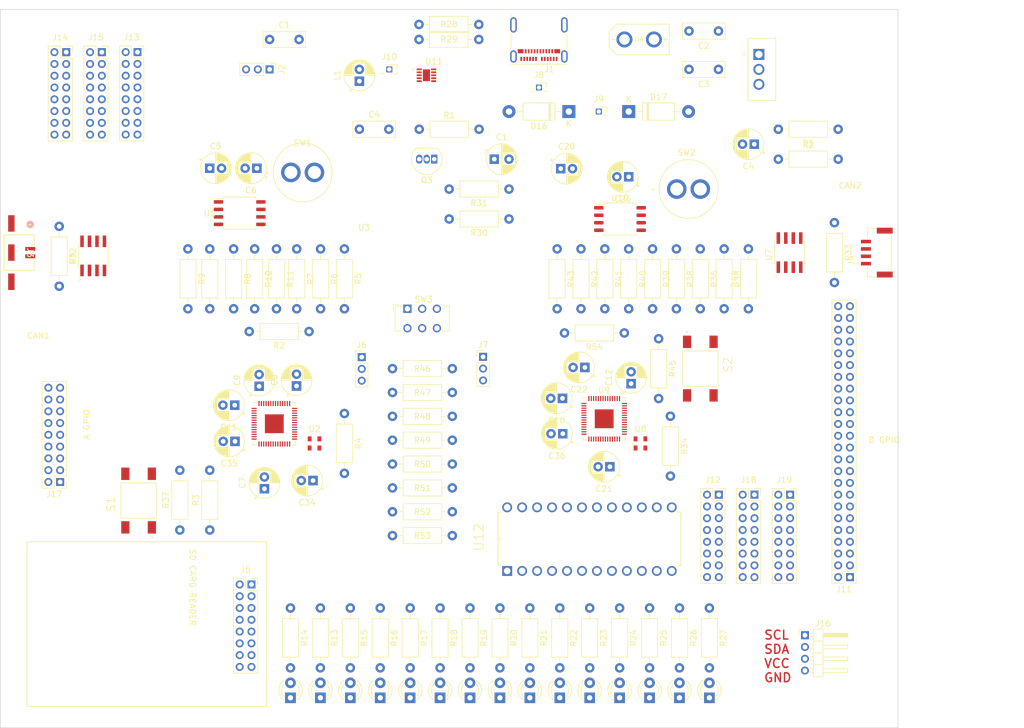
<source format=kicad_pcb>
(kicad_pcb (version 20221018) (generator pcbnew)
  (layers (0 "F.Cu" signal) (1 "In1.Cu" signal) (2 "In2.Cu" signal) (3 "In3.Cu" signal) (4 "In4.Cu" signal) (31 "B.Cu" signal) (34 "B.Paste" user) (35 "F.Paste" user) (36 "B.SilkS" user "B.Silkscreen") (37 "F.SilkS" user "F.Silkscreen") (38 "B.Mask" user) (39 "F.Mask" user) (44 "Edge.Cuts" user))
  (net 0 "")
  (net 1 "/GND")
  (net 2 "/5V")
  (net 3 "/3V3")
  (net 4 "/RP2040/~{RST}")
  (net 5 "/1V1")
  (net 6 "Net-(D1-A)")
  (net 7 "Net-(D2-A)")
  (net 8 "Net-(D3-A)")
  (net 9 "Net-(D4-A)")
  (net 10 "Net-(D5-A)")
  (net 11 "Net-(D6-A)")
  (net 12 "Net-(D7-A)")
  (net 13 "Net-(D8-A)")
  (net 14 "Net-(D9-A)")
  (net 15 "Net-(D10-A)")
  (net 16 "Net-(D11-A)")
  (net 17 "Net-(D12-A)")
  (net 18 "Net-(D13-A)")
  (net 19 "Net-(D14-A)")
  (net 20 "Net-(D15-A)")
  (net 23 "Net-(Q1-IN)")
  (net 24 "Net-(J1-CC1)")
  (net 25 "/RP2041/~{RST}")
  (net 31 "Net-(J1-CC2)")
  (net 35 "Net-(J2-Pin_3)")
  (net 36 "Net-(J3-Pin_1)")
  (net 37 "Net-(J3-Pin_2)")
  (net 38 "Net-(J4-Pin_1)")
  (net 39 "Net-(J4-Pin_2)")
  (net 40 "Net-(Q3-B)")
  (net 41 "/BOOTSEL/QSPI_SS")
  (net 42 "Net-(U2-Standby)")
  (net 43 "/RP2040/N_USB_D-")
  (net 44 "/RP2040/N_USB_D+")
  (net 45 "/Flash Memory/IO0")
  (net 46 "Net-(U3-QSPI_SD0)")
  (net 47 "/Flash Memory/IO1")
  (net 48 "Net-(U3-QSPI_SD1)")
  (net 49 "/Flash Memory/IO2")
  (net 50 "Net-(U3-QSPI_SD2)")
  (net 51 "/Flash Memory/IO3")
  (net 52 "Net-(U3-QSPI_SD3)")
  (net 53 "/Flash Memory/CLK")
  (net 54 "Net-(U3-QSPI_SCLK)")
  (net 55 "/LED Arrray/LEDx15/out_pin 1")
  (net 56 "/LED Arrray/LEDx15/out_pin 2")
  (net 57 "/LED Arrray/LEDx15/out_pin 3")
  (net 58 "/LED Arrray/LEDx15/out_pin 4")
  (net 59 "/LED Arrray/LEDx15/out_pin 5")
  (net 60 "/LED Arrray/LEDx15/out_pin 6")
  (net 61 "/LED Arrray/LEDx15/out_pin 7")
  (net 62 "/LED Arrray/LEDx15/out_pin 8")
  (net 63 "/LED Arrray/LEDx15/out_pin 9")
  (net 64 "/LED Arrray/LEDx15/out_pin 10")
  (net 65 "/LED Arrray/LEDx15/out_pin 11")
  (net 66 "/LED Arrray/LEDx15/out_pin 12")
  (net 67 "/LED Arrray/LEDx15/out_pin 13")
  (net 68 "/LED Arrray/LEDx15/out_pin 14")
  (net 69 "/LED Arrray/LEDx15/out_pin 15")
  (net 70 "Net-(U2-Out)")
  (net 71 "/CAN1_RX")
  (net 72 "/CAN1_TX")
  (net 73 "/CAN2_RX")
  (net 74 "/CAN2_TX")
  (net 75 "/USBC/D+")
  (net 76 "/USBC/D-")
  (net 77 "/SWCLK-A")
  (net 78 "/SWDIO-A")
  (net 79 "/SWCLK-B")
  (net 81 "/SWDIO-B")
  (net 82 "/DR16-RX")
  (net 83 "/A-D-")
  (net 84 "/LED Arrray/input 4")
  (net 85 "/LED Arrray/input 3")
  (net 86 "/LED Arrray/input 2")
  (net 87 "/LED Arrray/input 1")
  (net 88 "/A-D+")
  (net 89 "/A26")
  (net 90 "/A27")
  (net 91 "/A28")
  (net 92 "/A29")
  (net 93 "Net-(R37-Pad1)")
  (net 99 "/A8")
  (net 100 "Net-(U8-Standby)")
  (net 101 "/B-D-")
  (net 102 "/CS")
  (net 103 "/MOSI")
  (net 104 "/SCK")
  (net 105 "/MISO")
  (net 106 "/RP2041/N_USB_D-")
  (net 107 "/RP2041/N_USB_D+")
  (net 108 "/B-D+")
  (net 109 "/Flash Memory1/IO0")
  (net 110 "Net-(U9-QSPI_SD0)")
  (net 111 "/Flash Memory1/IO1")
  (net 112 "Net-(U9-QSPI_SD1)")
  (net 113 "/Flash Memory1/IO2")
  (net 114 "Net-(U9-QSPI_SD2)")
  (net 115 "/Flash Memory1/IO3")
  (net 116 "Net-(U9-QSPI_SD3)")
  (net 117 "/Flash Memory1/CLK")
  (net 118 "Net-(U9-QSPI_SCLK)")
  (net 119 "/BOOTSEL1/QSPI_SS")
  (net 120 "Net-(R45-Pad1)")
  (net 121 "/GPIO0-A")
  (net 122 "/GPIO1-A")
  (net 123 "/GPIO2-A")
  (net 124 "/GPIO3-A")
  (net 125 "/GPIO4-A")
  (net 126 "/GPIO5-A")
  (net 127 "Net-(U8-Out)")
  (net 128 "/GPIO0-B")
  (net 129 "/GPIO1-B")
  (net 130 "/GPIO2-B")
  (net 131 "/GPIO3-B")
  (net 132 "/GPIO4-B")
  (net 133 "/GPIO5-B")
  (net 134 "/A9")
  (net 135 "/A10")
  (net 136 "/A11")
  (net 137 "/A12")
  (net 138 "/B6")
  (net 139 "/B7")
  (net 141 "/B8")
  (net 142 "/B9")
  (net 143 "/B10")
  (net 144 "/B11")
  (net 145 "Net-(D17-A)")
  (net 146 "/USB_5V")
  (net 147 "Net-(U11-LX1)")
  (net 148 "Net-(U11-LX2)")
  (net 149 "Net-(U11-EN)")
  (net 150 "/B12")
  (net 151 "/B13")
  (net 152 "/B14")
  (net 153 "/B15")
  (net 154 "/B16")
  (net 155 "/B17")
  (net 156 "/B18")
  (net 157 "/B19")
  (net 158 "/B20")
  (net 159 "/B21")
  (net 160 "/B22")
  (net 161 "/B23")
  (net 162 "/B24")
  (net 163 "/B25")
  (net 164 "/B26")
  (net 165 "/B27")
  (net 166 "/B28")
  (net 167 "/B29")
  (net 168 "/SCL")
  (net 169 "/SDA")
  (net 170 "Net-(PS1-OUT)")
  (net 171 "Net-(PS1-IN)")
  (net 172 "Net-(U3-ADC_AVDD)")
  (net 173 "Net-(U9-ADC_AVDD)")
  (footprint "Capacitor_THT:CP_Radial_D5.0mm_P2.00mm" (layer "F.Cu") (at 156.45 112.65 180)
    (fp_text reference "C36")
    (fp_text value "1uF")
  )
  (footprint "Resistor_THT:R_Axial_DIN0207_L6.3mm_D2.5mm_P10.16mm_Horizontal" (layer "F.Cu") (at 183.84 81.28 -90)
    (fp_text reference "R35")
    (fp_text value "10K")
  )
  (footprint "Capacitor_THT:CP_Radial_D5.0mm_P2.00mm" (layer "F.Cu") (at 160.2 101.4 180)
    (fp_text reference "C22")
    (fp_text value "1uF")
  )
  (footprint "SN65HVD230DR:SOIC127P599X175-8N" (layer "F.Cu") (at 194.945 81.905 90)
    (fp_text reference "U7")
    (fp_text value "SN65HVD230DR")
  )
  (footprint "Capacitor_THT:CP_Radial_D5.0mm_P2.00mm" (layer "F.Cu") (at 96.52 67.5875)
    (fp_text reference "C5")
    (fp_text value "1uF")
  )
  (footprint "Resistor_THT:R_Axial_DIN0207_L6.3mm_D2.5mm_P10.16mm_Horizontal" (layer "F.Cu") (at 127.54 121.85)
    (fp_text reference "R51")
    (fp_text value "0")
  )
  (footprint "Resistor_THT:R_Axial_DIN0207_L6.3mm_D2.5mm_P10.16mm_Horizontal" (layer "F.Cu") (at 132.08 60.96)
    (fp_text reference "R1")
    (fp_text value "100K")
  )
  (footprint "Capacitor_THT:CP_Radial_D5.0mm_P2.00mm" (layer "F.Cu") (at 167.64 69.04 180)
    (fp_text reference "C26")
    (fp_text value "1uF")
  )
  (footprint "Connector_PinHeader_2.00mm:PinHeader_2x09_P2.00mm_Vertical" (layer "F.Cu") (at 71.12 120.84 180)
    (fp_text reference "J17")
    (fp_text value "Conn_02x09_Odd_Even")
  )
  (footprint "Resistor_THT:R_Axial_DIN0207_L6.3mm_D2.5mm_P10.16mm_Horizontal" (layer "F.Cu") (at 127.54 109.7)
    (fp_text reference "R48")
    (fp_text value "0")
  )
  (footprint "Resistor_THT:R_Axial_DIN0207_L6.3mm_D2.5mm_P10.16mm_Horizontal" (layer "F.Cu") (at 111.28 81.28 -90)
    (fp_text reference "R7")
    (fp_text value "27")
  )
  (footprint "LED_THT:LED_D3.0mm" (layer "F.Cu") (at 130.54 157.48 90)
    (fp_text reference "D5" hide)
    (fp_text value "LED")
  )
  (footprint "Capacitor_THT:C_Disc_D7.0mm_W2.5mm_P5.00mm" (layer "F.Cu") (at 106.68 45.72)
    (fp_text reference "C1")
    (fp_text value "47uF")
  )
  (footprint "Resistor_THT:R_Axial_DIN0207_L6.3mm_D2.5mm_P10.16mm_Horizontal" (layer "F.Cu") (at 203.2 60.96 180)
    (fp_text reference "R1")
    (fp_text value "5k")
  )
  (footprint "Resistor_THT:R_Axial_DIN0207_L6.3mm_D2.5mm_P10.16mm_Horizontal" (layer "F.Cu") (at 159.54 81.28 -90)
    (fp_text reference "R42")
    (fp_text value "27")
  )
  (footprint "Resistor_THT:R_Axial_DIN0207_L6.3mm_D2.5mm_P10.16mm_Horizontal" (layer "F.Cu") (at 92.81 81.28 -90)
    (fp_text reference "R9")
    (fp_text value "27")
  )
  (footprint "Resistor_THT:R_Axial_DIN0207_L6.3mm_D2.5mm_P10.16mm_Horizontal" (layer "F.Cu") (at 127.54 113.75)
    (fp_text reference "R49")
    (fp_text value "0")
  )
  (footprint "LED_THT:LED_D3.0mm" (layer "F.Cu") (at 171.18 157.48 90)
    (fp_text reference "D13" hide)
    (fp_text value "LED")
  )
  (footprint "LED_THT:LED_D3.0mm" (layer "F.Cu") (at 145.78 157.48 90)
    (fp_text reference "D8" hide)
    (fp_text value "LED")
  )
  (footprint "Capacitor_THT:CP_Radial_D5.0mm_P2.00mm" (layer "F.Cu") (at 104.9 104.6 90)
    (fp_text reference "C9")
    (fp_text value "1uF")
  )
  (footprint "Resistor_THT:R_Axial_DIN0207_L6.3mm_D2.5mm_P10.16mm_Horizontal" (layer "F.Cu") (at 110.22 142.24 -90)
    (fp_text reference "R14")
    (fp_text value "R_US")
  )
  (footprint "LM2940CT-5.0:TO254P1054X470X1955-3" (layer "F.Cu") (at 189.74 50.8 -90)
    (fp_text reference "Q1" hide)
    (fp_text value "LM2940CT-5.0_NOPB")
  )
  (footprint "LED_THT:LED_D3.0mm" (layer "F.Cu") (at 181.34 157.48 90)
    (fp_text reference "D15" hide)
    (fp_text value "LED")
  )
  (footprint "Resistor_THT:R_Axial_DIN0207_L6.3mm_D2.5mm_P10.16mm_Horizontal" (layer "F.Cu") (at 181.34 142.24 -90)
    (fp_text reference "R27")
    (fp_text value "R_US")
  )
  (footprint "Resistor_THT:R_Axial_DIN0207_L6.3mm_D2.5mm_P10.16mm_Horizontal" (layer "F.Cu") (at 104.14 81.28 -90)
    (fp_text reference "R12")
    (fp_text value "27")
  )
  (footprint "Package_DFN_QFN:QFN-56-1EP_7x7mm_P0.4mm_EP3.2x3.2mm" (layer "F.Cu") (at 163.48 110.1175)
    (fp_text reference "U9")
    (fp_text value "RP2040")
  )
  (footprint "SM04B_GHS_TB_LF__SN__:JST_SM04B-GHS-TB_LF__SN_-" (layer "F.Cu") (at 210.185 81.905 90)
    (fp_text reference "J4")
    (fp_text value "Conn_01x04")
  )
  (footprint "Resistor_THT:R_Axial_DIN0207_L6.3mm_D2.5mm_P10.16mm_Horizontal" (layer "F.Cu") (at 127.54 105.65)
    (fp_text reference "R47")
    (fp_text value "0")
  )
  (footprint "Resistor_THT:R_Axial_DIN0207_L6.3mm_D2.5mm_P10.16mm_Horizontal" (layer "F.Cu") (at 166.1 142.24 -90)
    (fp_text reference "R24")
    (fp_text value "R_US")
  )
  (footprint "Resistor_THT:R_Axial_DIN0207_L6.3mm_D2.5mm_P10.16mm_Horizontal" (layer "F.Cu") (at 187.96 91.44 90)
    (fp_text reference "R44")
    (fp_text value "10K")
  )
  (footprint "Resistor_THT:R_Axial_DIN0207_L6.3mm_D2.5mm_P10.16mm_Horizontal" (layer "F.Cu") (at 140.7 142.24 -90)
    (fp_text reference "R19")
    (fp_text value "R_US")
  )
  (footprint "Resistor_THT:R_Axial_DIN0207_L6.3mm_D2.5mm_P10.16mm_Horizontal" (layer "F.Cu") (at 127.54 129.95)
    (fp_text reference "R53")
    (fp_text value "0")
  )
  (footprint "Capacitor_THT:C_Disc_D7.0mm_W2.5mm_P5.00mm" (layer "F.Cu") (at 182.88 44.29 180)
    (fp_text reference "C2")
    (fp_text value ".47uF")
  )
  (footprint "Connector_PinSocket_1.27mm:PinSocket_1x01_P1.27mm_Vertical" (layer "F.Cu") (at 127 50.8)
    (fp_text reference "J10")
    (fp_text value "Conn_01x01_Pin")
  )
  (footprint "Resistor_THT:R_Axial_DIN0207_L6.3mm_D2.5mm_P10.16mm_Horizontal" (layer "F.Cu") (at 174.72 109.68 -90)
    (fp_text reference "R34")
    (fp_text value "10K")
  )
  (footprint "Resistor_THT:R_Axial_DIN0207_L6.3mm_D2.5mm_P10.16mm_Horizontal" (layer "F.Cu") (at 135.62 142.24 -90)
    (fp_text reference "R18")
    (fp_text value "R_US")
  )
  (footprint "Resistor_THT:R_Axial_DIN0207_L6.3mm_D2.5mm_P10.16mm_Horizontal" (layer "F.Cu") (at 96.52 81.28 -90)
    (fp_text reference "R10")
    (fp_text value "27")
  )
  (footprint "Resistor_THT:R_Axial_DIN0207_L6.3mm_D2.5mm_P10.16mm_Horizontal" (layer "F.Cu") (at 176.26 142.24 -90)
    (fp_text reference "R26")
    (fp_text value "R_US")
  )
  (footprint "Resistor_THT:R_Axial_DIN0207_L6.3mm_D2.5mm_P10.16mm_Horizontal" (layer "F.Cu") (at 127.54 101.6)
    (fp_text reference "R46")
    (fp_text value "0")
  )
  (footprint "CD4515BE:DIP254P1080X508-24" (layer "F.Cu") (at 174.95 125.15 90)
    (fp_text reference "U12")
    (fp_text value "CD4515BE")
  )
  (footprint "Connector_USB:USB_C_Receptacle_Molex_105450-0101" (layer "F.Cu") (at 152.4 45.805 180)
    (fp_text reference "J1")
    (fp_text value "USB_C_Receptacle")
  )
  (footprint "Resistor_THT:R_Axial_DIN0207_L6.3mm_D2.5mm_P10.16mm_Horizontal" (layer "F.Cu") (at 150.86 142.24 -90)
    (fp_text reference "R21")
    (fp_text value "R_US")
  )
  (footprint "LED_THT:LED_D3.0mm" (layer "F.Cu") (at 125.46 157.48 90)
    (fp_text reference "D4" hide)
    (fp_text value "LED")
  )
  (footprint "Connector_PinSocket_2.00mm:PinSocket_2x08_P2.00mm_Vertical" (layer "F.Cu") (at 72.15 47.88)
    (fp_text reference "J14")
    (fp_text value "Conn_02x08_Counter_Clockwise")
  )
  (footprint "Resistor_THT:R_Axial_DIN0207_L6.3mm_D2.5mm_P10.16mm_Horizontal" (layer "F.Cu") (at 145.78 142.24 -90)
    (fp_text reference "R20")
    (fp_text value "R_US")
  )
  (footprint "Resistor_THT:R_Axial_DIN0207_L6.3mm_D2.5mm_P10.16mm_Horizontal" (layer "F.Cu") (at 171.18 142.24 -90)
    (fp_text reference "R25")
    (fp_text value "R_US")
  )
  (footprint "Capacitor_THT:C_Disc_D7.0mm_W2.5mm_P5.00mm" (layer "F.Cu") (at 182.88 50.8 180)
    (fp_text reference "C3")
    (fp_text value "22uF")
  )
  (footprint "Resistor_THT:R_Axial_DIN0207_L6.3mm_D2.5mm_P10.16mm_Horizontal" (layer "F.Cu") (at 193.04 66.04)
    (fp_text reference "R2")
    (fp_text value "121 Nominal")
  )
  (footprint "Resistor_THT:R_Axial_DIN0207_L6.3mm_D2.5mm_P10.16mm_Horizontal" (layer "F.Cu") (at 96.52 129 90)
    (fp_text reference "R3")
    (fp_text value "10K")
  )
  (footprint "Capacitor_THT:CP_Radial_D5.0mm_P2.00mm" (layer "F.Cu") (at 104.52 67.5875 180)
    (fp_text reference "C6")
    (fp_text value "1uF")
  )
  (footprint "Resistor_THT:R_Axial_DIN0207_L6.3mm_D2.5mm_P10.16mm_Horizontal" (layer "F.Cu") (at 155.49 81.28 -90)
    (fp_text reference "R43")
    (fp_text value "27")
  )
  (footprint "TL3301NF160QG:SW_TL3301NF160QG" (layer "F.Cu") (at 84.44 124 90)
    (fp_text reference "S1")
    (fp_text value "TL3301NF160QG")
  )
  (footprint "Resistor_THT:R_Axial_DIN0207_L6.3mm_D2.5mm_P10.16mm_Horizontal" (layer "F.Cu") (at 115.3 142.24 -90)
    (fp_text reference "R13")
    (fp_text value "R_US")
  )
  (footprint "LED_THT:LED_D3.0mm" (layer "F.Cu") (at 140.7 157.48 90)
    (fp_text reference "D7" hide)
    (fp_text value "LED")
  )
  (footprint "PS1024ALRED:SW_PS1024ALRED" (layer "F.Cu") (at 112.29 68.29)
    (fp_text reference "SW1")
    (fp_text value "SW_Push")
  )
  (footprint "Package_SO:SOIC-8_5.23x5.23mm_P1.27mm" (layer "F.Cu") (at 101.6 75.2075)
    (fp_text reference "U1")
    (fp_text value "W25Q128JVS")
  )
  (footprint "LED_THT:LED_D3.0mm" (layer "F.Cu") (at 155.94 157.48 90)
    (fp_text reference "D10" hide)
    (fp_text value "LED")
  )
  (footprint "Resistor_THT:R_Axial_DIN0207_L6.3mm_D2.5mm_P10.16mm_Horizontal" (layer "F.Cu") (at 125.46 142.24 -90)
    (fp_text reference "R16")
    (fp_text value "R_US")
  )
  (footprint "Connector_PinHeader_2.00mm:PinHeader_1x03_P2.00mm_Vertical" (layer "F.Cu") (at 122.32 99.65)
    (fp_text reference "J6")
    (fp_text value "Conn_01x03")
  )
  (footprint "Connector_PinSocket_2.00mm:PinSocket_2x08_P2.00mm_Vertical" (layer "F.Cu") (at 84.25 47.87)
    (fp_text reference "J13")
    (fp_text value "Conn_02x08_Counter_Clockwise")
  )
  (footprint "RT6150B:SON50P250X250X80-11N" (layer "F.Cu") (at 133.305 51.8)
    (fp_text reference "U11")
    (fp_text value "RT6150B-33GQW")
  )
  (footprint "Resistor_THT:R_Axial_DIN0207_L6.3mm_D2.5mm_P10.16mm_Horizontal" (layer "F.Cu") (at 100.57 81.28 -90)
    (fp_text reference "R8")
    (fp_text value "27")
  )
  (footprint "Resistor_THT:R_Axial_DIN0207_L6.3mm_D2.5mm_P10.16mm_Horizontal" (layer "F.Cu") (at 166.9 95.55 180)
    (fp_text reference "R54")
    (fp_text value "200")
  )
  (footprint "Resistor_THT:R_Axial_DIN0207_L6.3mm_D2.5mm_P10.16mm_Horizontal" (layer "F.Cu") (at 127.54 125.9)
    (fp_text reference "R52")
    (fp_text value "0")
  )
  (footprint "Connector_PinSocket_2.00mm:PinSocket_2x08_P2.00mm_Vertical" (layer "F.Cu") (at 182.94 123)
    (fp_text reference "J12")
    (fp_text value "Conn_02x08_Counter_Clockwise")
  )
  (footprint "Resistor_THT:R_Axial_DIN0207_L6.3mm_D2.5mm_P10.16mm_Horizontal" (layer "F.Cu") (at 119.38 109.22 -90)
    (fp_text reference "R4")
    (fp_text value "10K")
  )
  (footprint "LED_THT:LED_D3.0mm" (layer "F.Cu") (at 110.22 157.48 90)
    (fp_text reference "D2" hide)
    (fp_text value "LED")
  )
  (footprint "Capacitor_THT:CP_Radial_D5.0mm_P2.00mm" (layer "F.Cu") (at 168.05 104.15 90)
    (fp_text reference "C12")
    (fp_text value "1uF")
  )
  (footprint "Connector_PinHeader_2.00mm:PinHeader_1x03_P2.00mm_Vertical" (layer "F.Cu") (at 142.9205 99.6)
    (fp_text reference "J7")
    (fp_text value "Conn_01x03")
  )
  (footprint "Connector_PinSocket_2.00mm:PinSocket_2x08_P2.00mm_Vertical" (layer "F.Cu") (at 103.6 138.24)
    (fp_text reference "J5")
    (fp_text value "Conn_02x08_Odd_Even")
  )
  (footprint "Connector_PinHeader_2.00mm:PinHeader_2x24_P2.00mm_Vertical" (layer "F.Cu") (at 205.2 137 180)
    (fp_text reference "J11")
    (fp_text value "Conn_02x24_Odd_Even")
  )
  (footprint "ul_SM02B-GHS-TB:CONN_SM02B-GHS-TB_JST" (layer "F.Cu") (at 66.04 81.28 -90)
    (fp_text reference "J3")
    (fp_text value "Conn_01x02")
  )
  (footprint "Resistor_THT:R_Axial_DIN0207_L6.3mm_D2.5mm_P10.16mm_Horizontal" (layer "F.Cu") (at 115.33 81.28 -90)
    (fp_text reference "R6")
    (fp_text value "27")
  )
  (footprint "Connector_PinHeader_2.00mm:PinHeader_1x04_P2.00mm_Horizontal" (layer "F.Cu") (at 197.56 146.86)
    (fp_text reference "J16")
    (fp_text value "Conn_01x04_Pin")
  )
  (footprint "Resistor_THT:R_Axial_DIN0207_L6.3mm_D2.5mm_P10.16mm_Horizontal" (layer "F.Cu") (at 70.963 77.45 -90)
    (fp_text reference "R32")
    (fp_text value "120")
  )
  (footprint "Capacitor_THT:CP_Radial_D5.0mm_P2.00mm" (layer "F.Cu") (at 114.05 120.6 180)
    (fp_text reference "C34")
    (fp_text value "1uF")
  )
  (footprint "Resistor_THT:R_Axial_DIN0207_L6.3mm_D2.5mm_P10.16mm_Horizontal" (layer "F.Cu") (at 147.32 76.2 180)
    (fp_text reference "R30")
    (fp_text value "R")
  )
  (footprint "LED_THT:LED_D3.0mm" (layer "F.Cu") (at 161.02 157.48 90)
    (fp_text reference "D11" hide)
    (fp_text value "LED")
  )
  (footprint "Button_Switch_THT:SW_CuK_JS202011CQN_DPDT_Straight" (layer "F.Cu") (at 130.08 91.44)
    (fp_text reference "SW3")
    (fp_text value "SW_Push_DPDT")
  )
  (footprint "Resistor_THT:R_Axial_DIN0207_L6.3mm_D2.5mm_P10.16mm_Horizontal" (layer "F.Cu") (at 171.69 81.28 -90)
    (fp_text reference "R39")
    (fp_text value "27")
  )
  (footprint "LED_THT:LED_D3.0mm" (layer "F.Cu") (at 150.86 157.48 90)
    (fp_text reference "D9" hide)
    (fp_text value "LED")
  )
  (footprint "Capacitor_THT:CP_Radial_D5.0mm_P2.00mm" (layer "F.Cu") (at 105.8 122 90)
    (fp_text reference "C7")
    (fp_text value "1uF")
  )
  (footprint "Resistor_THT:R_Axial_DIN0207_L6.3mm_D2.5mm_P10.16mm_Horizontal" (layer "F.Cu") (at 175.74 81.28 -90)
    (fp_text reference "R38")
    (fp_text value "27")
  )
  (footprint "Connector_PinSocket_2.00mm:PinSocket_2x08_P2.00mm_Vertical" (layer "F.Cu") (at 195.04 123)
    (fp_text reference "J19")
    (fp_text value "Conn_02x08_Counter_Clockwise")
  )
  (footprint "Capacitor_THT:CP_Radial_D5.0mm_P2.00mm" (layer "F.Cu") (at 100.805113 113.95 180)
    (fp_text reference "C35")
    (fp_text value "1uF")
  )
  (footprint "Resistor_THT:R_Axial_DIN0207_L6.3mm_D2.5mm_P10.16mm_Horizontal" (layer "F.Cu") (at 179.79 81.28 -90)
    (fp_text reference "R36")
    (fp_text value "27")
  )
  (footprint "Resistor_THT:R_Axial_DIN0207_L6.3mm_D2.5mm_P10.16mm_Horizontal" (layer "F.Cu") (at 155.94 142.24 -90)
    (fp_text reference "R22")
    (fp_text value "R_US")
  )
  (footprint "Resistor_THT:R_Axial_DIN0207_L6.3mm_D2.5mm_P10.16mm_Horizontal" (layer "F.Cu") (at 107.85 81.28 -90)
    (fp_text reference "R11")
    (fp_text value "27")
  )
  (footprint "Package_DFN_QFN:QFN-56-1EP_7x7mm_P0.4mm_EP3.2x3.2mm" (layer "F.Cu") (at 107.48 110.96)
    (fp_text reference "U3")
    (fp_text value "RP2040")
  )
  (footprint "XT30UPB-M:XT30UPB-M" (layer "F.Cu") (at 169.42 45.72 180)
    (fp_text reference "U4")
    (fp_text value "XT30UPB-M")
  )
  (footprint "Capacitor_THT:C_Disc_D7.0mm_W2.5mm_P5.00mm" (layer "F.Cu") (at 121.92 60.96)
    (fp_text reference "C4")
    (fp_text value "47uF")
  )
  (footprint "Resistor_THT:R_Axial_DIN0207_L6.3mm_D2.5mm_P10.16mm_Horizontal" (layer "F.Cu") (at 142.2 45.72 180)
    (fp_text reference "R29")
    (fp_text value "5.1K")
  )
  (footprint "Capacitor_THT:CP_Radial_D5.0mm_P2.00mm" (layer "F.Cu") (at 188.96 63.5 180)
    (fp_text reference "C4")
    (fp_text value "10uF MUST BE TANTALUM")
  )
  (footprint "Resistor_THT:R_Axial_DIN0207_L6.3mm_D2.5mm_P10.16mm_Horizontal" (layer "F.Cu") (at 91.44 129 90)
    (fp_text reference "R37")
    (fp_text value "1K")
  )
  (footprint "LED_THT:LED_D3.0mm" (layer "F.Cu") (at 176.26 157.48 90)
    (fp_text reference "D14" hide)
    (fp_text value "LED")
  )
  (footprint "Diode_THT:D_DO-41_SOD81_P10.16mm_Horizontal" (layer "F.Cu") (at 157.48 57.96 180)
    (fp_text reference "D16")
    (fp_text value "1N5817")
  )
  (footprint "Connector_PinSocket_2.00mm:PinSocket_2x08_P2.00mm_Vertical" (layer "F.Cu") (at 78.2 47.88)
    (fp_text reference "J15")
    (fp_text value "Conn_02x08_Counter_Clockwise")
  )
  (footprint "Resistor_THT:R_Axial_DIN0207_L6.3mm_D2.5mm_P10.16mm_Horizontal" (layer "F.Cu") (at 202.565 76.825 -90)
    (fp_text reference "R33")
    (fp_text value "120")
  )
  (footprint "Resistor_THT:R_Axial_DIN0207_L6.3mm_D2.5mm_P10.16mm_Horizontal" (layer "F.Cu") (at 172.72 96.52 -90)
    (fp_text reference "R45")
    (fp_text value "1K")
  )
  (footprint "LED_THT:LED_D3.0mm" (layer "F.Cu") (at 135.62 157.48 90)
    (fp_text reference "D6" hide)
    (fp_text value "LED")
  )
  (footprint "Oscillator:Oscillator_SMD_Abracon_ASDMB-4Pin_2.5x2.0mm" (layer "F.Cu") (at 114.3 114.3)
    (fp_text reference "U2")
    (fp_text value "ASDMB-12MHz")
  )
  (footprint "Connector_PinSocket_1.27mm:PinSocket_1x01_P1.27mm_Vertical" (layer "F.Cu") (at 152.4 53.88)
    (fp_text reference "J8")
    (fp_text value "Conn_01x01_Pin")
  )
  (footprint "Resistor_THT:R_Axial_DIN0207_L6.3mm_D2.5mm_P10.16mm_Horizontal" (layer "F.Cu") (at 142.2 43.18 180)
    (fp_text reference "R28")
    (fp_text value "5.1K")
  )
  (footprint "Resistor_THT:R_Axial_DIN0207_L6.3mm_D2.5mm_P10.16mm_Horizontal" (layer "F.Cu") (at 161.02 142.24 -90)
    (fp_text reference "R23")
    (fp_text value "R_US")
  )
  (footprint "SN65HVD230DR:SOIC127P599X175-8N" (layer "F.Cu") (at 76.74 82.46 90)
    (fp_text reference "U5")
    (fp_text value "SN65HVD230DR")
  )
  (footprint "Connector_PinHeader_2.00mm:PinHeader_1x03_P2.00mm_Vertical" (layer "F.Cu") (at 106.68 50.8 -90)
    (fp_text reference "J2")
    (fp_text value "Conn_01x03")
  )
  (footprint "Resistor_THT:R_Axial_DIN0207_L6.3mm_D2.5mm_P10.16mm_Horizontal" (layer "F.Cu") (at 130.54 142.24 -90)
    (fp_text reference "R17")
    (fp_text value "R_US")
  )
  (footprint "Package_TO_SOT_THT:TO-92_Inline" (layer "F.Cu") (at 134.62 66.04 180)
    (fp_text reference "Q3")
    (fp_text value "PN2222A")
  )
  (footprint "TL3301NF160QG:SW_TL3301NF160QG" (layer "F.Cu") (at 179.8 101.6 -90)
    (fp_text reference "S2")
    (fp_text value "TL3301NF160QG")
  )
  (footprint "Resistor_THT:R_Axial_DIN0207_L6.3mm_D2.5mm_P10.16mm_Horizontal" (layer "F.Cu") (at 163.59 81.28 -90)
    (fp_text reference "R41")
    (fp_text value "27")
  )
  (footprint "Capacitor_THT:CP_Radial_D5.0mm_P2.00mm" (layer "F.Cu") (at 100.755113 107.8 180)
    (fp_text reference "C11")
    (fp_text value "1uF")
  )
  (footprint "Resistor_THT:R_Axial_DIN0207_L6.3mm_D2.5mm_P10.16mm_Horizontal" (layer "F.Cu") (at 147.32 71.12 180)
    (fp_text reference "R31")
    (fp_text value "R")
  )
  (footprint "Resistor_THT:R_Axial_DIN0207_L6.3mm_D2.5mm_P10.16mm_Horizontal" (layer "F.Cu") (at 119.38 81.28 -90)
    (fp_text reference "R5")
    (fp_text value "10K")
  )
  (footprint "LED_THT:LED_D3.0mm" (layer "F.Cu") (at 166.1 157.48 90)
    (fp_text reference "D12" hide)
    (fp_text value "LED")
  )
  (footprint "Capacitor_THT:CP_Radial_D5.0mm_P2.50mm" (layer "F.Cu") (at 144.82 66.04)
    (fp_text reference "C1")
    (fp_text value "10uF")
  )
  (footprint "Package_SO:SOIC-8_5.23x5.23mm_P1.27mm" (layer "F.Cu") (at 166.16 76.2)
    (fp_text reference "U10")
    (fp_text value "W25Q128JVS")
  )
  (footprint "Capacitor_THT:CP_Radial_D5.0mm_P2.00mm" (layer "F.Cu") (at 111.25 104.55 90)
    (fp_text reference "C8")
    (fp_text value "1uF")
  )
  (footprint "Resistor_THT:R_Axial_DIN0207_L6.3mm_D2.5mm_P10.16mm_Horizontal" (layer "F.Cu") (at 167.64 81.28 -90)
    (fp_text reference "R40")
    (fp_text value "27")
  )
  (footprint "Capacitor_THT:CP_Radial_D5.0mm_P2.00mm" (layer "F.Cu") (at 121.92 52.8 90)
    (fp_text reference "L1")
    (fp_text value "2.2uH")
  )
  (footprint "Capacitor_THT:CP_Radial_D5.0mm_P2.00mm" (layer "F.Cu") (at 156.4 106.65 180)
    (fp_text reference "C10")
    (fp_text value "1uF")
  )
  (footprint "Resistor_THT:R_Axial_DIN0207_L6.3mm_D2.5mm_P10.16mm_Horizontal" (layer "F.Cu") (at 127.54 117.8)
    (fp_text reference "R50")
    (fp_text value "0")
  )
  (footprint "Capacitor_THT:CP_Radial_D5.0mm_P2.00mm" (layer "F.Cu") (at 164.45 118.25 180)
    (fp_text reference "C21")
    (fp_text value "1uF")
  )
  (footprint "Resistor_THT:R_Axial_DIN0207_L6.3mm_D2.5mm_P10.16mm_Horizontal" (layer "F.Cu") (at 120.38 142.24 -90)
    (fp_text reference "R15")
    (fp_text value "R_US")
  )
  (footprint "Resistor_THT:R_Axial_DIN0207_L6.3mm_D2.5mm_P10.16mm_Horizontal" (layer "F.Cu") (at 113.38 95.3 180)
    (fp_text reference "R2")
    (fp_text value "200")
  )
  (footprint "Capacitor_THT:CP_Radial_D5.0mm_P2.00mm" (layer "F.Cu") (at 156.1 67.65)
    (fp_text reference "C20")
    (fp_text value "1uF")
  )
  (footprint "LED_THT:LED_D3.0mm" (layer "F.Cu") (at 115.3 157.48 90)
    (fp_text reference "D1" hide)
    (fp_text value "LED")
  )
  (footprint "LED_THT:LED_D3.0mm" (layer "F.Cu") (at 120.38 157.48 90)
    (fp_text reference "D3" hide)
    (fp_text value "LED")
  )
  (footprint "Diode_THT:D_DO-41_SOD81_P10.16mm_Horizontal" (layer "F.Cu") (at 167.64 57.96)
    (fp_text reference "D17")
    (fp_text value "1N5817")
  )
  (footprint "Connector_PinSocket_1.27mm:PinSocket_1x01_P1.27mm_Vertical" (layer "F.Cu") (at 162.56 57.96)
    (fp_text reference "J9")
    (fp_text value "Conn_01x01_Pin")
  )
  (footprint "Connector_PinSocket_2.00mm:PinSocket_2x08_P2.00mm_Vertical" (layer "F.Cu") (at 188.99 123)
    (fp_text reference "J18")
    (fp_text value "Conn_02x08_Counter_Clockwise")
  )
  (footprint "Oscillator:Oscillator_SMD_Abracon_ASDMB-4Pin_2.5x2.0mm" (layer "F.Cu") (at 169.64 114.3)
    (fp_text reference "U8")
    (fp_text value "ASDMB-12MHz")
  )
  (footprint "PS1024ALRED:SW_PS1024ALRED" (layer "F.Cu") (at 177.8 71.12)
    (fp_text reference "SW2")
    (fp_text value "SW_Push")
  )
  (gr_rect (start 65.5 131) (end 106.14 158.94) (stroke (width 0.15)) (fill none) (layer "F.SilkS"))
  (gr_line (start 60.96 40.64) (end 213.36 40.64) (stroke (width 0.1)) (layer "Edge.Cuts"))
  (gr_line (start 213.36 162.56) (end 213.36 40.64) (stroke (width 0.1)) (layer "Edge.Cuts"))
  (gr_line (start 213.36 162.56) (end 101.6 162.56) (stroke (width 0.1)) (layer "Edge.Cuts"))
  (gr_line (start 60.96 147.32) (end 60.96 55.88) (stroke (width 0.1)) (layer "Edge.Cuts"))
  (gr_line (start 60.96 162.56) (end 60.96 147.32) (stroke (width 0.1)) (layer "Edge.Cuts"))
  (gr_line (start 60.96 162.56) (end 101.6 162.56) (stroke (width 0.1)) (layer "Edge.Cuts"))
  (gr_line (start 60.96 40.64) (end 60.96 55.88) (stroke (width 0.1)) (layer "Edge.Cuts"))
  (gr_text "SCL\nSDA\nVCC\nGND" (at 190.5 154.94) (layer "F.Cu") (effects (font (size 1.5 1.5) (thickness 0.25) bold) (justify left bottom)))
  (gr_text "B GPIO" (at 208.28 114.3) (layer "F.SilkS") (effects (font (size 1 1)) (justify left bottom)))
  (gr_text "CAN2" (at 203.2 71.12) (layer "F.SilkS") (effects (font (size 1 1)) (justify left bottom)))
  (gr_text "CAN1" (at 65.405 96.59) (layer "F.SilkS") (effects (font (size 1 1)) (justify left bottom)))
  (gr_text "A GPIO" (at 76.2 113.76 90) (layer "F.SilkS") (effects (font (size 1 1)) (justify left bottom)))
  (gr_text "SD CARD READER" (at 93.02 132.14 -90) (layer "F.SilkS") (effects (font (size 1 1)) (justify left bottom)))
)
</source>
